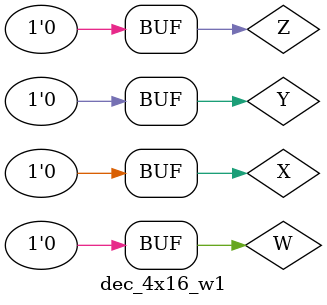
<source format=v>
`timescale 1ns / 1ps


module dec_4x16_w1;

	// Inputs
	reg X;
	reg Y;
	reg Z;
	reg W;

	// Outputs
	wire [15:0] D;

	// Instantiate the Unit Under Test (UUT)
	dec_4x16_w_fault1 uut (
		.D(D), 
		.X(X), 
		.Y(Y), 
		.Z(Z), 
		.W(W)
	);

	initial begin
		// Initialize Inputs
		X = 0;
		Y = 0;
		Z = 0;
		W = 0;

		// Wait 100 ns for global reset to finish
		#100;
        
		// Add stimulus here

	end
      
endmodule


</source>
